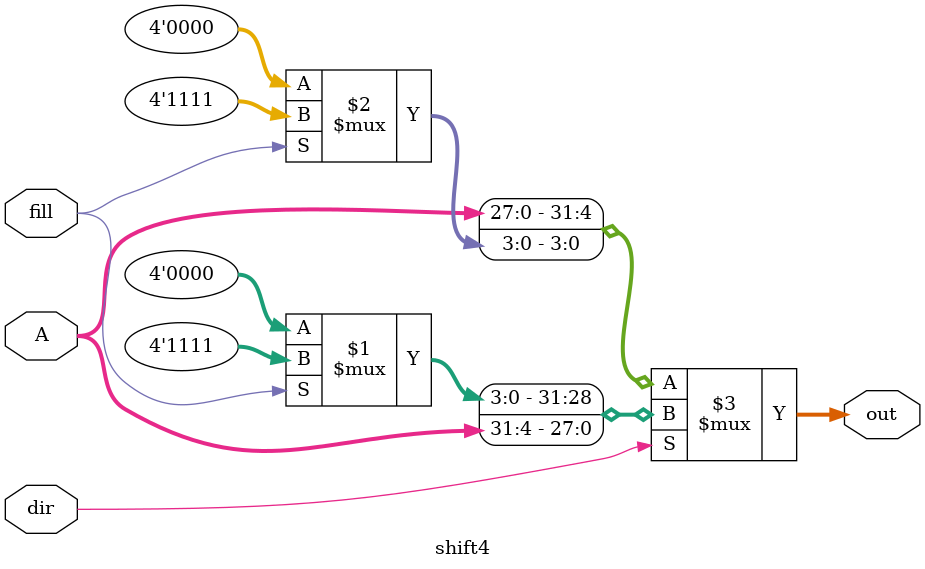
<source format=v>
module shift4(out, A, dir, fill);
    input [31:0] A;
    output [31:0] out;
    input dir, fill;
    
    // if dir is 0, shift left, else shift right
    // if fill is 1, fill with ones, else fill with zeros
    assign out = dir ? {fill ? 4'b1111 : 4'b0000, A[31:4]} : {A[27:0], fill ? 4'b1111 : 4'b0000};
endmodule
</source>
